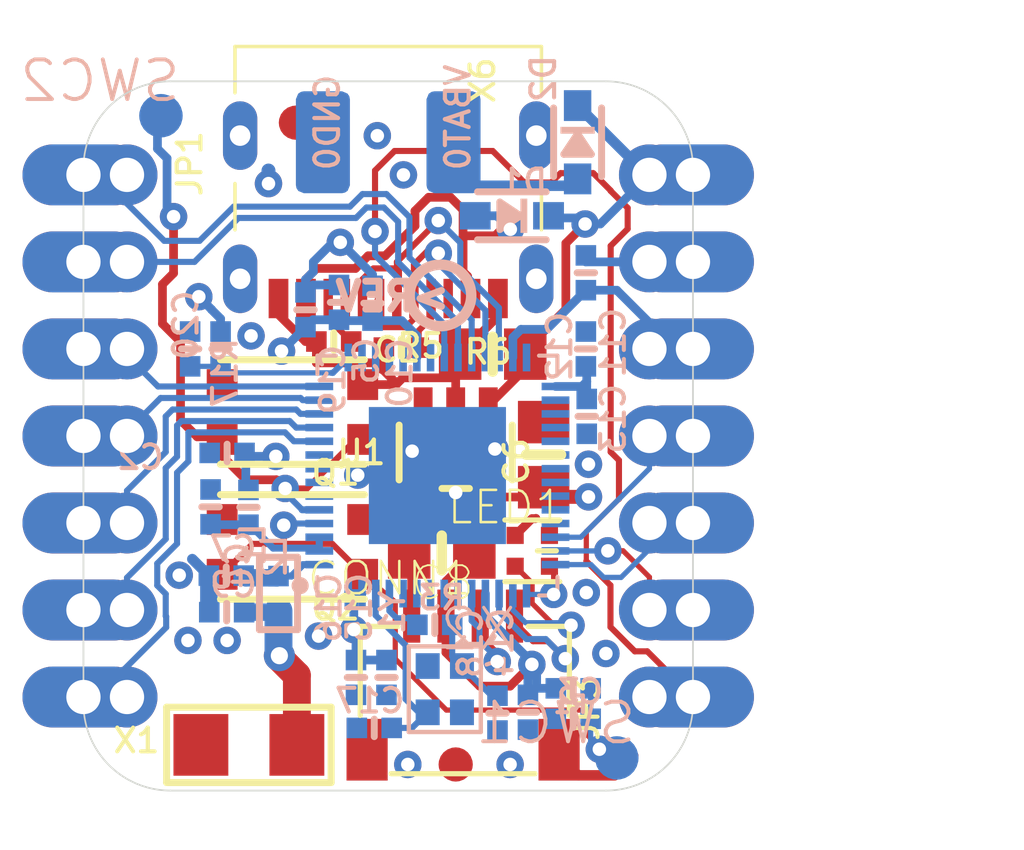
<source format=kicad_pcb>
(kicad_pcb (version 20211014) (generator pcbnew)
  (layers (0 "F.Cu" signal) (1 "In1.Cu" signal) (2 "In2.Cu" signal) (31 "B.Cu" signal) (34 "B.Paste" user) (35 "F.Paste" user) (36 "B.SilkS" user "B.Silkscreen") (37 "F.SilkS" user "F.Silkscreen") (38 "B.Mask" user) (39 "F.Mask" user) (44 "Edge.Cuts" user))
  (net 0 "")
  (net 1 "GND")
  (net 2 "D+")
  (net 3 "D-")
  (net 4 "VBUS")
  (net 5 "~{RESET}")
  (net 6 "3.3V")
  (net 7 "A0")
  (net 8 "CC1")
  (net 9 "CC2")
  (net 10 "A1")
  (net 11 "MOSI")
  (net 12 "MISO")
  (net 13 "SCK")
  (net 14 "A2")
  (net 15 "A3")
  (net 16 "SDA")
  (net 17 "SCL")
  (net 18 "NEOPIX")
  (net 19 "+5V")
  (net 20 "VDD3P3")
  (net 21 "N$2")
  (net 22 "N$3")
  (net 23 "IO0")
  (net 24 "SDA1")
  (net 25 "SCL1")
  (net 26 "N$6")
  (net 27 "N$7")
  (net 28 "IO10_DBLTAP")
  (net 29 "NEOPIX_PWR")
  (net 30 "TX")
  (net 31 "RX")
  (net 32 "VBAT")
  (net 33 "N$1")
  (net 34 "TX00")
  (net 35 "VDD_SPI")
  (footprint "boardEagle:FIDUCIAL_1MM" (layer "F.Cu") (at 145.8087 95.8596)
    (fp_text reference "U$6" hide)
    (fp_text value "FIDUCIAL_1MM" hide)
  )
  (footprint "boardEagle:0805-NO" (layer "F.Cu") (at 150.0632 108.4199 180)
    (fp_text reference "C8")
    (fp_text value "22uF")
  )
  (footprint "boardEagle:_0402NO" (layer "F.Cu") (at 148.8821 102.4255)
    (fp_text reference "R6")
    (fp_text value "5.1K")
  )
  (footprint "boardEagle:_0402NO" (layer "F.Cu") (at 146.9136 102.2477)
    (fp_text reference "R5")
    (fp_text value "5.1K")
  )
  (footprint "boardEagle:ANT_2450AT18B100" (layer "F.Cu") (at 144.4371 114.0206 180)
    (fp_text reference "X1")
    (fp_text value "2.4 GHz Antenna")
  )
  (footprint "boardEagle:0805-NO" (layer "F.Cu") (at 153.035 105.5497 90)
    (fp_text reference "C6")
    (fp_text value "22uF")
  )
  (footprint "boardEagle:SOT23-5" (layer "F.Cu") (at 150.4696 105.4862 180)
    (fp_text reference "U1")
    (fp_text value "AP2112K-3.3")
  )
  (footprint "boardEagle:JST_SH4_SKINNY" (layer "F.Cu") (at 150.6855 112.776)
    (fp_text reference "CONN1")
    (fp_text value "STEMMA_I2C_QTSKINNY" hide)
  )
  (footprint "boardEagle:FIDUCIAL_1MM" (layer "F.Cu") (at 150.4696 114.5921)
    (fp_text reference "U$8" hide)
    (fp_text value "FIDUCIAL_1MM" hide)
  )
  (footprint "boardEagle:QTPY_ESP32_TOP" (layer "F.Cu") (at 139.6111 115.3541)
    (fp_text reference "U$7" hide)
    (fp_text value "" hide)
  )
  (footprint "boardEagle:SK6805_1515" (layer "F.Cu") (at 152.7048 108.3564)
    (fp_text reference "LED1")
    (fp_text value "WS2812B_SK6805_1515")
  )
  (footprint "boardEagle:BTN_KMR2_4.6X2.8" (layer "F.Cu") (at 145.7071 104.3051 180)
    (fp_text reference "Q1")
    (fp_text value "BOOT0")
  )
  (footprint "boardEagle:BTN_KMR2_4.6X2.8" (layer "F.Cu") (at 145.7071 108.2421 180)
    (fp_text reference "Q2")
    (fp_text value "reset")
  )
  (footprint "boardEagle:1X07_CASTEL" (layer "F.Cu") (at 140.8811 105.0036 -90)
    (fp_text reference "JP1")
    (fp_text value "")
  )
  (footprint "boardEagle:0805-NO" (layer "F.Cu") (at 151.5491 102.616 180)
    (fp_text reference "C1")
    (fp_text value "22uF")
  )
  (footprint "boardEagle:1X07_CASTEL" (layer "F.Cu") (at 156.1211 105.0036 90)
    (fp_text reference "JP3")
    (fp_text value "")
  )
  (footprint "boardEagle:USB_C_CUSB31-CFM2AX-01-X" (layer "F.Cu") (at 148.5011 97.4471 180)
    (fp_text reference "X6")
    (fp_text value "USB TYPE C")
  )
  (footprint "boardEagle:_0402NO" (layer "B.Cu") (at 153.8986 112.3696)
    (fp_text reference "R1")
    (fp_text value "10K")
  )
  (footprint "boardEagle:_0402NO" (layer "B.Cu") (at 148.4503 112.0521 -90)
    (fp_text reference "C15")
    (fp_text value "1uF")
  )
  (footprint "boardEagle:_0402NO" (layer "B.Cu") (at 154.2923 104.4321 -90)
    (fp_text reference "C12")
    (fp_text value "0.1uF")
  )
  (footprint "boardEagle:_0402NO" (layer "B.Cu") (at 142.7226 102.4636 90)
    (fp_text reference "C20")
    (fp_text value "1uF")
  )
  (footprint "boardEagle:SOD-323_MINI" (layer "B.Cu") (at 152.1079 98.5774 180)
    (fp_text reference "D1")
    (fp_text value "  NSR0320")
  )
  (footprint "boardEagle:_0402NO" (layer "B.Cu") (at 147.5613 112.0521 -90)
    (fp_text reference "C16")
    (fp_text value "0.1uF")
  )
  (footprint "boardEagle:_0402NO" (layer "B.Cu") (at 154.2669 102.4636 90)
    (fp_text reference "C13")
    (fp_text value "1uF")
  )
  (footprint "boardEagle:_0402NO" (layer "B.Cu") (at 148.0439 101.1301 90)
    (fp_text reference "C10")
    (fp_text value "0.1uF")
  )
  (footprint "boardEagle:QTPYS3_BOT" (layer "B.Cu") (at 157.3911 115.3541 180)
    (fp_text reference "U$11" hide)
    (fp_text value "" hide)
  )
  (footprint "boardEagle:B1,27" (layer "B.Cu") (at 155.1686 114.4016 180)
    (fp_text reference "SWC1")
    (fp_text value "TPB1,27")
  )
  (footprint "boardEagle:SOD-323_MINI" (layer "B.Cu") (at 154.0256 96.4311 -90)
    (fp_text reference "D2")
    (fp_text value "  NSR0320")
  )
  (footprint "boardEagle:_0402NO" (layer "B.Cu") (at 143.8021 105.4989 180)
    (fp_text reference "C2")
    (fp_text value "1uF")
  )
  (footprint "boardEagle:CRYSTAL_2X1.6" (layer "B.Cu") (at 150.1521 112.395 -90)
    (fp_text reference "Y1")
    (fp_text value "40MHz")
  )
  (footprint "boardEagle:PCBFEAT-REV-040" (layer "B.Cu") (at 150.0251 100.9015 180)
    (fp_text reference "U$12" hide)
    (fp_text value "" hide)
  )
  (footprint "boardEagle:TESTPOINT_PLUS_1X3MM" (layer "B.Cu") (at 150.4061 96.4311 -90)
    (fp_text reference "VBAT0")
    (fp_text value "")
  )
  (footprint "boardEagle:_0402NO" (layer "B.Cu") (at 146.0881 101.3206 90)
    (fp_text reference "C19")
    (fp_text value "1uF")
  )
  (footprint "boardEagle:_0402NO" (layer "B.Cu") (at 153.8986 113.2586 180)
    (fp_text reference "C3")
    (fp_text value "1uF")
  )
  (footprint "boardEagle:_0402NO" (layer "B.Cu") (at 148.0947 113.5253 180)
    (fp_text reference "C17")
    (fp_text value "16pF")
  )
  (footprint "boardEagle:_0402NO" (layer "B.Cu") (at 143.7894 110.1471 180)
    (fp_text reference "C9")
    (fp_text value "TBD")
  )
  (footprint "boardEagle:QFN56_7X7" (layer "B.Cu") (at 149.9362 106.1593)
    (fp_text reference "X2")
    (fp_text value "ESP32-S3QFN54")
  )
  (footprint "boardEagle:_0402NO" (layer "B.Cu") (at 147.066 101.1047 90)
    (fp_text reference "C5")
    (fp_text value "1uF")
  )
  (footprint "boardEagle:_0402NO" (layer "B.Cu") (at 143.7767 109.0803 180)
    (fp_text reference "C7")
    (fp_text value "TBD")
  )
  (footprint "boardEagle:_0402NO" (layer "B.Cu") (at 154.2669 100.2411 90)
    (fp_text reference "C11")
    (fp_text value "0.1uF")
  )
  (footprint "boardEagle:TESTPOINT_MINUS_1X3MM" (layer "B.Cu") (at 146.5961 96.4311 -90)
    (fp_text reference "GND0")
    (fp_text value "")
  )
  (footprint "boardEagle:_0402NO" (layer "B.Cu") (at 143.6116 102.4636 -90)
    (fp_text reference "R17")
    (fp_text value "1Meg")
  )
  (footprint "boardEagle:_0402NO" (layer "B.Cu") (at 143.3195 107.0737 90)
    (fp_text reference "C4")
    (fp_text value "0.1uF")
  )
  (footprint "boardEagle:B1,27" (layer "B.Cu") (at 141.8717 95.6564 180)
    (fp_text reference "SWC2")
    (fp_text value "TPB1,27")
  )
  (footprint "boardEagle:_0402NO" (layer "B.Cu") (at 152.5778 113.0681 -90)
    (fp_text reference "C14")
    (fp_text value "0.1uF")
  )
  (footprint "boardEagle:_0402NO" (layer "B.Cu") (at 149.86 110.5154 180)
    (fp_text reference "R3")
    (fp_text value "0")
  )
  (footprint "boardEagle:_0402NO" (layer "B.Cu") (at 144.4244 107.0864 -90)
    (fp_text reference "L1")
    (fp_text value "2nH")
  )
  (footprint "boardEagle:_0402" (layer "B.Cu") (at 145.3007 109.601 90)
    (fp_text reference "L2")
    (fp_text value "0 ohm")
  )
  (footprint "boardEagle:_0402NO" (layer "B.Cu") (at 151.6888 113.0935 -90)
    (fp_text reference "C18")
    (fp_text value "16pF")
  )
  (gr_arc (start 139.6111 97.1931) (mid 140.355049 95.397049) (end 142.1511 94.6531) (layer "Edge.Cuts") (width 0.05))
  (gr_arc (start 157.3911 112.8141) (mid 156.647151 114.610151) (end 154.8511 115.3541) (layer "Edge.Cuts") (width 0.05))
  (gr_arc (start 142.1511 115.3541) (mid 140.355049 114.610151) (end 139.6111 112.8141) (layer "Edge.Cuts") (width 0.05))
  (gr_arc (start 154.8511 94.6531) (mid 156.647151 95.397049) (end 157.3911 97.1931) (layer "Edge.Cuts") (width 0.05))
  (gr_line (start 139.6111 112.8141) (end 139.6111 97.1931) (layer "Edge.Cuts") (width 0.05))
  (gr_line (start 157.3911 97.1931) (end 157.3911 112.8141) (layer "Edge.Cuts") (width 0.05))
  (gr_line (start 154.8511 115.3541) (end 142.1511 115.3541) (layer "Edge.Cuts") (width 0.05))
  (gr_line (start 142.1511 94.6531) (end 154.8511 94.6531) (layer "Edge.Cuts") (width 0.05))
  (segment (start 154.036443 114.9096) (end 153.4855 114.358657) (width 0.3048) (layer "F.Cu") (net 1))
  (segment (start 148.7296 103.5051) (end 147.7571 103.5051) (width 0.254) (layer "F.Cu") (net 1))
  (segment (start 148.3741 102.997) (end 148.3106 103.0605) (width 0.254) (layer "F.Cu") (net 1))
  (segment (start 148.3741 102.87) (end 146.4056 102.87) (width 0.254) (layer "F.Cu") (net 1))
  (segment (start 151.7011 101.514) (end 150.5991 102.616) (width 0.254) (layer "F.Cu") (net 1))
  (segment (start 148.3106 103.0605) (end 148.336 103.0605) (width 0.254) (layer "F.Cu") (net 1))
  (segment (start 148.336 103.0605) (end 148.7551 103.4796) (width 0.254) (layer "F.Cu") (net 1))
  (segment (start 152.6946 107.4166) (end 152.799468 107.4166) (width 0.254) (layer "F.Cu") (net 1))
  (segment (start 154.036443 114.9096) (end 155.1051 114.9096) (width 0.3048) (layer "F.Cu") (net 1))
  (segment (start 148.928 103.3067) (end 148.7551 103.4796) (width 0.254) (layer "F.Cu") (net 1))
  (segment (start 152.799468 107.4166) (end 152.809284 107.406785) (width 0.254) (layer "F.Cu") (net 1))
  (segment (start 149.1855 108.4922) (end 149.1132 108.4199) (width 0.254) (layer "F.Cu") (net 1))
  (segment (start 149.1855 110.262) (end 149.1855 110.4011) (width 0.254) (layer "F.Cu") (net 1))
  (segment (start 150.4696 103.3067) (end 148.928 103.3067) (width 0.254) (layer "F.Cu") (net 1))
  (segment (start 152.2048 107.9064) (end 152.6946 107.4166) (width 0.254) (layer "F.Cu") (net 1))
  (segment (start 148.3741 102.4255) (end 148.3741 102.87) (width 0.254) (layer "F.Cu") (net 1))
  (segment (start 148.7551 103.4796) (end 148.7296 103.5051) (width 0.254) (layer "F.Cu") (net 1))
  (segment (start 146.4056 102.2477) (end 146.0881 102.2477) (width 0.254) (layer "F.Cu") (net 1))
  (segment (start 146.4056 102.87) (end 146.4056 102.2477) (width 0.254) (layer "F.Cu") (net 1))
  (segment (start 146.0881 102.2477) (end 145.3011 101.4607) (width 0.254) (layer "F.Cu") (net 1))
  (segment (start 145.3011 100.9921) (end 145.3011 101.4607) (width 0.254) (layer "F.Cu") (net 1))
  (segment (start 153.4855 114.162) (end 153.4855 114.358657) (width 0.4064) (layer "F.Cu") (net 1))
  (segment (start 149.1855 110.262) (end 149.1855 108.4922) (width 0.254) (layer "F.Cu") (net 1))
  (segment (start 151.7011 100.9921) (end 151.7011 101.514) (width 0.254) (layer "F.Cu") (net 1))
  (segment (start 150.4696 104.1861) (end 150.4696 103.3067) (width 0.254) (layer "F.Cu") (net 1))
  (segment (start 155.1051 114.9096) (end 155.6766 114.3381) (width 0.254) (layer "F.Cu") (net 1))
  (via (at 149.0726 114.5921) (size 0.8001) (drill 0.3937) (layers "F.Cu" "B.Cu") (net 1))
  (via (at 144.5006 102.0826) (size 0.8001) (drill 0.3937) (layers "F.Cu" "B.Cu") (net 1))
  (via (at 154.8511 111.3536) (size 0.8001) (drill 0.3937) (layers "F.Cu" "B.Cu") (net 1))
  (via (at 148.9456 97.3836) (size 0.8001) (drill 0.3937) (layers "F.Cu" "B.Cu") (net 1))
  (via (at 142.9766 100.9396) (size 0.8001) (drill 0.3937) (layers "F.Cu" "B.Cu") (net 1))
  (via (at 147.6121 106.1466) (size 0.8001) (drill 0.3937) (layers "F.Cu" "B.Cu") (net 1))
  (via (at 143.8021 110.9726) (size 0.8001) (drill 0.3937) (layers "F.Cu" "B.Cu") (net 1))
  (via (at 146.4691 110.8456) (size 0.8001) (drill 0.3937) (layers "F.Cu" "B.Cu") (net 1))
  (via (at 152.0571 114.5921) (size 0.8001) (drill 0.3937) (layers "F.Cu" "B.Cu") (net 1))
  (via (at 154.3431 105.8291) (size 0.8001) (drill 0.3937) (layers "F.Cu" "B.Cu") (net 1))
  (via (at 149.1996 105.4481) (size 0.8001) (drill 0.3937) (layers "F.Cu" "B.Cu") (net 1))
  (via (at 154.2796 109.5756) (size 0.8001) (drill 0.3937) (layers "F.Cu" "B.Cu") (net 1))
  (via (at 148.1836 96.2406) (size 0.8001) (drill 0.3937) (layers "F.Cu" "B.Cu") (net 1))
  (via (at 151.6126 105.3846) (size 0.8001) (drill 0.3937) (layers "F.Cu" "B.Cu") (net 1))
  (via (at 145.0086 97.6376) (size 0.8001) (drill 0.3937) (layers "F.Cu" "B.Cu") (net 1))
  (via (at 147.1041 99.3521) (size 0.8001) (drill 0.3937) (layers "F.Cu" "B.Cu") (net 1))
  (via (at 142.6591 110.9726) (size 0.8001) (drill 0.3937) (layers "F.Cu" "B.Cu") (net 1))
  (via (at 150.4696 106.6546) (size 0.8001) (drill 0.3937) (layers "F.Cu" "B.Cu") (net 1))
  (via (at 142.4051 109.0676) (size 0.8001) (drill 0.3937) (layers "F.Cu" "B.Cu") (net 1))
  (segment (start 146.304 100.5967) (end 147.066 100.5967) (width 0.254) (layer "B.Cu") (net 1))
  (segment (start 146.3171 99.9236) (end 146.8886 99.3521) (width 0.254) (layer "B.Cu") (net 1))
  (segment (start 143.2814 110.1471) (end 143.2687 110.1344) (width 0.254) (layer "B.Cu") (net 1))
  (segment (start 145.0086 97.2566) (end 145.0086 97.6376) (width 0.4064) (layer "B.Cu") (net 1))
  (segment (start 157.3911 99.9236) (end 154.2669 99.9236) (width 0.254) (layer "B.Cu") (net 1))
  (segment (start 146.8886 99.3521) (end 147.1041 99.3521) (width 0.254) (layer "B.Cu") (net 1))
  (segment (start 143.2687 109.0803) (end 142.7861 108.5977) (width 0.3048) (layer "B.Cu") (net 1))
  (segment (start 148.0439 100.2919) (end 147.1041 99.3521) (width 0.254) (layer "B.Cu") (net 1))
  (segment (start 146.3171 100.209538) (end 146.3171 99.9236) (width 0.254) (layer "B.Cu") (net 1))
  (segment (start 148.0439 100.6221) (end 148.0439 100.2919) (width 0.254) (layer "B.Cu") (net 1))
  (segment (start 154.2669 99.9236) (end 154.2669 99.7331) (width 0.254) (layer "B.Cu") (net 1))
  (segment (start 143.3477 101.316307) (end 143.3477 101.3107) (width 0.254) (layer "B.Cu") (net 1))
  (segment (start 146.0881 100.438538) (end 146.3171 100.209538) (width 0.254) (layer "B.Cu") (net 1))
  (segment (start 143.3477 101.3107) (end 142.9766 100.9396) (width 0.254) (layer "B.Cu") (net 1))
  (segment (start 143.6116 101.9556) (end 143.6116 101.580207) (width 0.254) (layer "B.Cu") (net 1))
  (segment (start 143.2687 109.0803) (end 143.2687 110.1344) (width 0.508) (layer "B.Cu") (net 1))
  (segment (start 146.0881 100.8126) (end 146.304 100.5967) (width 0.254) (layer "B.Cu") (net 1))
  (segment (start 146.0881 100.8126) (end 146.0881 100.438538) (width 0.254) (layer "B.Cu") (net 1))
  (segment (start 143.6116 101.580207) (end 143.3477 101.316307) (width 0.254) (layer "B.Cu") (net 1))
  (segment (start 148.7551 100.1141) (end 148.8146 100.1736) (width 0.1778) (layer "F.Cu") (net 2))
  (segment (start 148.0686 100.1141) (end 148.7551 100.1141) (width 0.1778) (layer "F.Cu") (net 2))
  (segment (start 148.0686 100.1141) (end 147.7511 100.4316) (width 0.1778) (layer "F.Cu") (net 2))
  (segment (start 148.8146 100.1736) (end 148.8146 100.9286) (width 0.1778) (layer "F.Cu") (net 2))
  (segment (start 149.9616 98.7171) (end 148.7551 99.9236) (width 0.1778) (layer "F.Cu") (net 2))
  (segment (start 148.7551 99.9236) (end 148.7551 100.1141) (width 0.1778) (layer "F.Cu") (net 2))
  (segment (start 147.7511 100.9921) (end 147.7511 100.4316) (width 0.1778) (layer "F.Cu") (net 2))
  (segment (start 148.8146 100.9286) (end 148.7511 100.9921) (width 0.1778) (layer "F.Cu") (net 2))
  (via (at 149.9616 98.7171) (size 0.8001) (drill 0.3937) (layers "F.Cu" "B.Cu") (net 2))
  (segment (start 150.60295 100.137007) (end 151.7298 101.263857) (width 0.1778) (layer "B.Cu") (net 2))
  (segment (start 151.7298 101.263857) (end 151.7298 102.130657) (width 0.1778) (layer "B.Cu") (net 2))
  (segment (start 151.7362 102.137057) (end 151.7362 102.7142) (width 0.1778) (layer "B.Cu") (net 2))
  (segment (start 150.60295 99.35845) (end 150.60295 100.137007) (width 0.1778) (layer "B.Cu") (net 2))
  (segment (start 149.9616 98.7171) (end 150.60295 99.35845) (width 0.1778) (layer "B.Cu") (net 2))
  (segment (start 151.7298 102.130657) (end 151.7362 102.137057) (width 0.1778) (layer "B.Cu") (net 2))
  (segment (start 149.9616 99.6696) (end 149.7711 99.4791) (width 0.1778) (layer "F.Cu") (net 3))
  (segment (start 148.1876 101.0556) (end 148.1876 101.7056) (width 0.1778) (layer "F.Cu") (net 3))
  (segment (start 148.3106 101.8286) (end 149.0091 101.8286) (width 0.1778) (layer "F.Cu") (net 3))
  (segment (start 149.0091 101.8286) (end 149.2511 101.5866) (width 0.1778) (layer "F.Cu") (net 3))
  (segment (start 148.1876 101.7056) (end 148.3106 101.8286) (width 0.1778) (layer "F.Cu") (net 3))
  (segment (start 149.2511 100.9921) (end 149.2511 99.9991) (width 0.1778) (layer "F.Cu") (net 3))
  (segment (start 148.2511 100.9921) (end 148.1876 101.0556) (width 0.1778) (layer "F.Cu") (net 3))
  (segment (start 149.2511 101.5866) (end 149.2511 100.9921) (width 0.1778) (layer "F.Cu") (net 3))
  (segment (start 149.7711 99.4791) (end 149.2511 99.9991) (width 0.1778) (layer "F.Cu") (net 3))
  (via (at 149.9616 99.6696) (size 0.8001) (drill 0.3937) (layers "F.Cu" "B.Cu") (net 3))
  (segment (start 151.3362 101.337232) (end 151.3362 102.7142) (width 0.1778) (layer "B.Cu") (net 3))
  (segment (start 149.9616 99.962632) (end 151.3362 101.337232) (width 0.1778) (layer "B.Cu") (net 3))
  (segment (start 149.9616 99.6696) (end 149.9616 99.962632) (width 0.1778) (layer "B.Cu") (net 3))
  (segment (start 149.28215 98.875694) (end 149.28215 98.435663) (width 0.254) (layer "F.Cu") (net 4))
  (segment (start 150.6851 98.40555) (end 150.6851 99.1616) (width 0.254) (layer "F.Cu") (net 4))
  (segment (start 146.1011 100.9921) (end 146.1011 100.425538) (width 0.254) (layer "F.Cu") (net 4))
  (segment (start 150.9011 100.9921) (end 150.75435 100.84535) (width 0.254) (layer "F.Cu") (net 4))
  (segment (start 149.28215 98.435663) (end 149.680163 98.03765) (width 0.254) (layer "F.Cu") (net 4))
  (segment (start 150.815381 100.339819) (end 150.815381 100.784319) (width 0.254) (layer "F.Cu") (net 4))
  (segment (start 146.412538 100.1141) (end 147.547744 100.1141) (width 0.254) (layer "F.Cu") (net 4))
  (segment (start 151.80945 98.9711) (end 151.61895 99.1616) (width 0.254) (layer "F.Cu") (net 4))
  (segment (start 150.6851 100.209538) (end 150.815381 100.339819) (width 0.254) (layer "F.Cu") (net 4))
  (segment (start 146.1011 100.425538) (end 146.412538 100.1141) (width 0.254) (layer "F.Cu") (net 4))
  (segment (start 150.815381 100.784319) (end 150.75435 100.84535) (width 0.254) (layer "F.Cu") (net 4))
  (segment (start 147.916044 99.7458) (end 148.412044 99.7458) (width 0.254) (layer "F.Cu") (net 4))
  (segment (start 150.6851 99.1616) (end 150.6851 100.209538) (width 0.254) (layer "F.Cu") (net 4))
  (segment (start 147.547744 100.1141) (end 147.916044 99.7458) (width 0.254) (layer "F.Cu") (net 4))
  (segment (start 150.3172 98.03765) (end 150.6851 98.40555) (width 0.254) (layer "F.Cu") (net 4))
  (segment (start 148.412044 99.7458) (end 149.28215 98.875694) (width 0.254) (layer "F.Cu") (net 4))
  (segment (start 151.61895 99.1616) (end 150.6851 99.1616) (width 0.254) (layer "F.Cu") (net 4))
  (segment (start 149.680163 98.03765) (end 150.3172 98.03765) (width 0.254) (layer "F.Cu") (net 4))
  (segment (start 152.06345 98.9711) (end 151.80945 98.9711) (width 0.254) (layer "F.Cu") (net 4))
  (via (at 152.06345 98.9711) (size 0.8001) (drill 0.3937) (layers "F.Cu" "B.Cu") (net 4))
  (segment (start 151.0379 98.5774) (end 151.66975 98.5774) (width 0.254) (layer "B.Cu") (net 4))
  (segment (start 151.66975 98.5774) (end 152.06345 98.9711) (width 0.254) (layer "B.Cu") (net 4))
  (segment (start 154.6606 114.0841) (end 154.3141 113.7376) (width 0.1524) (layer "F.Cu") (net 5))
  (segment (start 148.7069 109.8522) (end 148.7069 111.512688) (width 0.1524) (layer "F.Cu") (net 5))
  (segment (start 148.7069 111.512688) (end 150.198813 113.0046) (width 0.1524) (layer "F.Cu") (net 5))
  (segment (start 147.7571 109.0421) (end 146.8681 108.1531) (width 0.1778) (layer "F.Cu") (net 5))
  (segment (start 154.3141 113.103813) (end 154.3141 113.7376) (width 0.1524) (layer "F.Cu") (net 5))
  (segment (start 154.6606 114.0841) (end 154.6606 114.1476) (width 0.1524) (layer "F.Cu") (net 5))
  (segment (start 154.214887 113.0046) (end 154.3141 113.103813) (width 0.1524) (layer "F.Cu") (net 5))
  (segment (start 145.4531 107.6071) (end 145.4531 108.1531) (width 0.1778) (layer "F.Cu") (net 5))
  (segment (start 148.7069 109.8522) (end 147.7571 109.0421) (width 0.1524) (layer "F.Cu") (net 5))
  (segment (start 144.5461 108.1531) (end 143.6571 109.0421) (width 0.1778) (layer "F.Cu") (net 5))
  (segment (start 150.198813 113.0046) (end 154.214887 113.0046) (width 0.1524) (layer "F.Cu") (net 5))
  (segment (start 145.4531 108.1531) (end 144.5461 108.1531) (width 0.1778) (layer "F.Cu") (net 5))
  (segment (start 146.8681 108.1531) (end 145.4531 108.1531) (width 0.1778) (layer "F.Cu") (net 5))
  (via (at 154.6606 114.1476) (size 0.8001) (drill 0.3937) (layers "F.Cu" "B.Cu") (net 5))
  (via (at 145.4531 107.6071) (size 0.8001) (drill 0.3937) (layers "F.Cu" "B.Cu") (net 5))
  (segment (start 154.4066 112.3696) (end 154.4066 113.2586) (width 0.1524) (layer "B.Cu") (net 5))
  (segment (start 154.6606 114.1476) (end 154.9146 114.1476) (width 0.1778) (layer "B.Cu") (net 5))
  (segment (start 154.9146 114.1476) (end 155.1686 114.4016) (width 0.1778) (layer "B.Cu") (net 5))
  (segment (start 154.4066 113.8936) (end 154.6606 114.1476) (width 0.1524) (layer "B.Cu") (net 5))
  (segment (start 145.5009 107.5593) (end 145.4531 107.6071) (width 0.1778) (layer "B.Cu") (net 5))
  (segment (start 146.4911 107.5593) (end 145.5009 107.5593) (width 0.1778) (layer "B.Cu") (net 5))
  (segment (start 154.4066 113.8936) (end 154.4066 113.2586) (width 0.1524) (layer "B.Cu") (net 5))
  (segment (start 150.1855 110.262) (end 150.1855 109.2476) (width 0.254) (layer "F.Cu") (net 6))
  (segment (start 150.1855 110.262) (end 150.1855 109.750357) (width 0.254) (layer "F.Cu") (net 6))
  (segment (start 151.1681 112.3061) (end 150.1855 111.3235) (width 0.254) (layer "F.Cu") (net 6))
  (segment (start 151.4196 107.3324) (end 151.086275 107.665725) (width 0.254) (layer "F.Cu") (net 6))
  (segment (start 151.106865 108.458004) (end 151.106865 108.041035) (width 0.254) (layer "F.Cu") (net 6))
  (segment (start 151.106865 108.458004) (end 151.0132 108.4199) (width 0.254) (layer "F.Cu") (net 6))
  (segment (start 153.035 106.4997) (end 152.7484 106.7863) (width 0.254) (layer "F.Cu") (net 6))
  (segment (start 151.106865 108.041035) (end 151.086275 107.665725) (width 0.254) (layer "F.Cu") (net 6))
  (segment (start 153.3169 106.7816) (end 154.3431 106.7816) (width 0.4064) (layer "F.Cu") (net 6))
  (segment (start 150.1855 109.2476) (end 151.0132 108.4199) (width 0.254) (layer "F.Cu") (net 6))
  (segment (start 152.7484 106.7863) (end 151.4196 106.7863) (width 0.254) (layer "F.Cu") (net 6))
  (segment (start 152.6921 111.6711) (end 152.0571 112.3061) (width 0.254) (layer "F.Cu") (net 6))
  (segment (start 152.0571 112.3061) (end 151.1681 112.3061) (width 0.254) (layer "F.Cu") (net 6))
  (segment (start 153.035 106.4997) (end 153.3169 106.7816) (width 0.4064) (layer "F.Cu") (net 6))
  (segment (start 151.4196 107.3324) (end 151.4196 106.7863) (width 0.254) (layer "F.Cu") (net 6))
  (segment (start 150.1855 111.3235) (end 150.1855 110.262) (width 0.254) (layer "F.Cu") (net 6))
  (via (at 145.3896 102.5271) (size 0.8001) (drill 0.3937) (layers "F.Cu" "B.Cu") (net 6))
  (via (at 154.3431 106.7816) (size 0.8001) (drill 0.3937) (layers "F.Cu" "B.Cu") (net 6))
  (via (at 152.6921 111.6711) (size 0.8001) (drill 0.3937) (layers "F.Cu" "B.Cu") (net 6))
  (via (at 147.4978 110.6551) (size 0.8001) (drill 0.3937) (layers "F.Cu" "B.Cu") (net 6))
  (via (at 145.223154 105.599154) (size 0.8001) (drill 0.3937) (layers "F.Cu" "B.Cu") (net 6))
  (segment (start 148.4503 111.5441) (end 147.5613 111.5441) (width 0.254) (layer "B.Cu") (net 6))
  (segment (start 144.410354 105.599154) (end 144.346854 105.599154) (width 0.254) (layer "B.Cu") (net 6))
  (segment (start 147.5613 111.3536) (end 147.5613 111.480597) (width 0.254) (layer "B.Cu") (net 6))
  (segment (start 157.3911 102.4636) (end 156.1211 102.4636) (width 0.254) (layer "B.Cu") (net 6))
  (segment (start 152.6921 111.6711) (end 152.5778 111.7854) (width 0.254) (layer "B.Cu") (net 6))
  (segment (start 152.8318 111.7473) (end 152.8318 111.9886) (width 0.254) (layer "B.Cu") (net 6))
  (segment (start 149.3362 102.0795) (end 149.3362 102.7142) (width 0.254) (layer "B.Cu") (net 6))
  (segment (start 146.0881 101.8286) (end 145.3896 102.5271) (width 0.254) (layer "B.Cu") (net 6))
  (segment (start 144.410354 105.599154) (end 144.3101 105.4989) (width 0.254) (layer "B.Cu") (net 6))
  (segment (start 147.4978 109.6044) (end 147.3362 109.6044) (width 0.254) (layer "B.Cu") (net 6))
  (segment (start 146.0881 101.8286) (end 146.304 101.6127) (width 0.254) (layer "B.Cu") (net 6))
  (segment (start 152.3746 101.8921) (end 153.1239 101.8921) (width 0.254) (layer "B.Cu") (net 6))
  (segment (start 153.3906 112.3696) (end 152.8318 112.3696) (width 0.254) (layer "B.Cu") (net 6))
  (segment (start 156.1211 101.7016) (end 155.1686 100.7491) (width 0.254) (layer "B.Cu") (net 6))
  (segment (start 147.4978 109.6044) (end 147.4978 110.6551) (width 0.254) (layer "B.Cu") (net 6))
  (segment (start 152.8318 112.3696) (end 152.8318 111.9886) (width 0.254) (layer "B.Cu") (net 6))
  (segment (start 148.0439 101.6381) (end 147.0914 101.6381) (width 0.254) (layer "B.Cu") (net 6))
  (segment (start 147.7362 109.6044) (end 147.4978 109.6044) (width 0.254) (layer "B.Cu") (net 6))
  (segment (start 144.346854 106.500854) (end 144.346854 105.599154) (width 0.254) (layer "B.Cu") (net 6))
  (segment (start 147.066 101.6127) (end 147.0914 101.6381) (width 0.254) (layer "B.Cu") (net 6))
  (segment (start 148.0439 101.6381) (end 148.8948 101.6381) (width 0.254) (layer "B.Cu") (net 6))
  (segment (start 152.5778 112.5601) (end 152.5778 111.9886) (width 0.254) (layer "B.Cu") (net 6))
  (segment (start 145.223154 105.599154) (end 144.410354 105.599154) (width 0.254) (layer "B.Cu") (net 6))
  (segment (start 147.5613 110.7186) (end 147.5613 111.3536) (width 0.254) (layer "B.Cu") (net 6))
  (segment (start 151.3362 109.6044) (end 151.3362 110.2517) (width 0.254) (layer "B.Cu") (net 6))
  (segment (start 152.1362 102.1305) (end 152.1362 102.7142) (width 0.254) (layer "B.Cu") (net 6))
  (segment (start 152.8318 111.9886) (end 152.5778 111.9886) (width 0.254) (layer "B.Cu") (net 6))
  (segment (start 144.4244 106.5784) (end 144.346854 106.500854) (width 0.254) (layer "B.Cu") (net 6))
  (segment (start 151.3362 110.2517) (end 152.8318 111.7473) (width 0.254) (layer "B.Cu") (net 6))
  (segment (start 152.1362 102.1305) (end 152.3746 101.8921) (width 0.254) (layer "B.Cu") (net 6))
  (segment (start 152.5778 111.7854) (end 152.5778 112.5601) (width 0.254) (layer "B.Cu") (net 6))
  (segment (start 148.8948 101.6381) (end 149.3362 102.0795) (width 0.254) (layer "B.Cu") (net 6))
  (segment (start 156.1211 101.7016) (end 156.1211 102.4636) (width 0.254) (layer "B.Cu") (net 6))
  (segment (start 147.066 101.6127) (end 146.304 101.6127) (width 0.254) (layer "B.Cu") (net 6))
  (segment (start 147.4978 110.6551) (end 147.5613 110.7186) (width 0.254) (layer "B.Cu") (net 6))
  (segment (start 154.2669 100.7491) (end 155.1686 100.7491) (width 0.254) (layer "B.Cu") (net 6))
  (segment (start 147.5613 111.5441) (end 147.5613 111.3536) (width 0.3048) (layer "B.Cu") (net 6))
  (segment (start 153.1239 101.8921) (end 154.2669 100.7491) (width 0.254) (layer "B.Cu") (net 6))
  (segment (start 140.8811 97.3836) (end 140.8811 98.2218) (width 0.1778) (layer "B.Cu") (net 7))
  (segment (start 143.995525 98.3107) (end 147.3835 98.3107) (width 0.1778) (layer "B.Cu") (net 7))
  (segment (start 147.3835 98.3107) (end 147.750244 97.943957) (width 0.1778) (layer "B.Cu") (net 7))
  (segment (start 141.968413 99.309113) (end 142.997113 99.309113) (width 0.1778) (layer "B.Cu") (net 7))
  (segment (start 140.8811 98.2218) (end 141.968413 99.309113) (width 0.1778) (layer "B.Cu") (net 7))
  (segment (start 149.120632 98.615657) (end 149.120632 99.7966) (width 0.1778) (layer "B.Cu") (net 7))
  (segment (start 142.997113 99.309113) (end 143.995525 98.3107) (width 0.1778) (layer "B.Cu") (net 7))
  (segment (start 147.750244 97.943957) (end 148.448932 97.943957) (width 0.1778) (layer "B.Cu") (net 7))
  (segment (start 150.9362 101.612169) (end 150.9362 102.7142) (width 0.1778) (layer "B.Cu") (net 7))
  (segment (start 139.6111 97.3836) (end 140.8811 97.3836) (width 0.254) (layer "B.Cu") (net 7))
  (segment (start 149.120632 99.7966) (end 150.9362 101.612169) (width 0.1778) (layer "B.Cu") (net 7))
  (segment (start 148.448932 97.943957) (end 149.120632 98.615657) (width 0.1778) (layer "B.Cu") (net 7))
  (segment (start 149.7511 100.9921) (end 149.7511 101.5692) (width 0.1778) (layer "F.Cu") (net 8))
  (segment (start 149.3901 102.4255) (end 149.3901 101.9302) (width 0.1778) (layer "F.Cu") (net 8))
  (segment (start 149.7511 101.5692) (end 149.3901 101.9302) (width 0.1778) (layer "F.Cu") (net 8))
  (segment (start 146.7511 100.9921) (end 146.7511 101.5772) (width 0.1778) (layer "F.Cu") (net 9))
  (segment (start 147.4216 102.2477) (end 146.7511 101.5772) (width 0.1778) (layer "F.Cu") (net 9))
  (segment (start 148.3741 98.3361) (end 148.790432 98.752432) (width 0.1778) (layer "B.Cu") (net 10))
  (segment (start 148.790432 98.752432) (end 148.790432 99.933375) (width 0.1778) (layer "B.Cu") (net 10))
  (segment (start 150.5362 101.679144) (end 150.5362 102.7142) (width 0.1778) (layer "B.Cu") (net 10))
  (segment (start 147.5613 98.6409) (end 144.1323 98.6409) (width 0.1778) (layer "B.Cu") (net 10))
  (segment (start 147.8661 98.3361) (end 147.5613 98.6409) (width 0.1778) (layer "B.Cu") (net 10))
  (segment (start 144.1323 98.6409) (end 142.8496 99.9236) (width 0.1778) (layer "B.Cu") (net 10))
  (segment (start 148.790432 99.933375) (end 150.5362 101.679144) (width 0.1778) (layer "B.Cu") (net 10))
  (segment (start 140.8811 99.9236) (end 142.8496 99.9236) (width 0.1778) (layer "B.Cu") (net 10))
  (segment (start 139.6111 99.9236) (end 140.8811 99.9236) (width 0.254) (layer "B.Cu") (net 10))
  (segment (start 147.8661 98.3361) (end 148.3741 98.3361) (width 0.1778) (layer "B.Cu") (net 10))
  (segment (start 154.1179 107.9593) (end 153.3813 107.9593) (width 0.1524) (layer "B.Cu") (net 11))
  (segment (start 156.1211 105.9561) (end 154.1179 107.9593) (width 0.1524) (layer "B.Cu") (net 11))
  (segment (start 156.1211 105.0036) (end 156.1211 105.9561) (width 0.1524) (layer "B.Cu") (net 11))
  (segment (start 157.3911 105.0036) (end 156.1211 105.0036) (width 0.254) (layer "B.Cu") (net 11))
  (segment (start 156.1211 108.3056) (end 156.1211 107.5436) (width 0.1524) (layer "B.Cu") (net 12))
  (segment (start 154.4158 108.7593) (end 153.3813 108.7593) (width 0.1524) (layer "B.Cu") (net 12))
  (segment (start 154.7876 109.1311) (end 154.4158 108.7593) (width 0.1524) (layer "B.Cu") (net 12))
  (segment (start 157.3911 107.5436) (end 156.1211 107.5436) (width 0.1524) (layer "B.Cu") (net 12))
  (segment (start 155.2956 109.1311) (end 154.7876 109.1311) (width 0.1524) (layer "B.Cu") (net 12))
  (segment (start 156.1211 108.3056) (end 155.2956 109.1311) (width 0.1524) (layer "B.Cu") (net 12))
  (segment (start 156.1211 109.124132) (end 155.353368 108.3564) (width 0.1524) (layer "F.Cu") (net 13))
  (segment (start 156.1211 109.124132) (end 156.1211 110.0836) (width 0.1524) (layer "F.Cu") (net 13))
  (segment (start 154.90825 108.3564) (end 155.353368 108.3564) (width 0.1524) (layer "F.Cu") (net 13))
  (via (at 154.90825 108.3564) (size 0.8001) (drill 0.3937) (layers "F.Cu" "B.Cu") (net 13))
  (segment (start 154.8482 108.3593) (end 154.8511 108.3564) (width 0.1524) (layer "B.Cu") (net 13))
  (segment (start 154.90825 108.3564) (end 154.8511 108.3564) (width 0.1524) (layer "B.Cu") (net 13))
  (segment (start 157.3911 110.0836) (end 156.1211 110.0836) (width 0.254) (layer "B.Cu") (net 13))
  (segment (start 153.3813 108.3593) (end 154.8482 108.3593) (width 0.1524) (layer "B.Cu") (net 13))
  (segment (start 140.8811 102.4636) (end 140.8811 102.6541) (width 0.1778) (layer "B.Cu") (net 14))
  (segment (start 139.6111 102.4636) (end 140.8811 102.4636) (width 0.254) (layer "B.Cu") (net 14))
  (segment (start 141.7863 103.5593) (end 140.8811 102.6541) (width 0.1778) (layer "B.Cu") (net 14))
  (segment (start 146.4911 103.5593) (end 141.7863 103.5593) (width 0.1778) (layer "B.Cu") (net 14))
  (segment (start 140.7541 105.0036) (end 140.8811 105.0036) (width 0.254) (layer "B.Cu") (net 15))
  (segment (start 146.0085 103.9593) (end 146.4911 103.9593) (width 0.1778) (layer "B.Cu") (net 15))
  (segment (start 145.945 103.8958) (end 141.8619 103.8958) (width 0.1778) (layer "B.Cu") (net 15))
  (segment (start 139.6111 105.0036) (end 140.7541 105.0036) (width 0.254) (layer "B.Cu") (net 15))
  (segment (start 145.945 103.8958) (end 146.0085 103.9593) (width 0.1778) (layer "B.Cu") (net 15))
  (segment (start 141.8619 103.8958) (end 140.7541 105.0036) (width 0.1778) (layer "B.Cu") (net 15))
  (segment (start 139.6111 107.5436) (end 140.8811 107.5436) (width 0.254) (layer "B.Cu") (net 16))
  (segment (start 142.2112 104.2323) (end 145.818 104.2323) (width 0.1778) (layer "B.Cu") (net 16))
  (segment (start 142.0114 104.4321) (end 142.2112 104.2323) (width 0.1778) (layer "B.Cu") (net 16))
  (segment (start 145.945 104.3593) (end 146.4911 104.3593) (width 0.1778) (layer "B.Cu") (net 16))
  (segment (start 140.8811 106.602088) (end 140.8811 107.5436) (width 0.1778) (layer "B.Cu") (net 16))
  (segment (start 140.8811 106.602088) (end 142.0114 105.471788) (width 0.1778) (layer "B.Cu") (net 16))
  (segment (start 145.818 104.2323) (end 145.945 104.3593) (width 0.1778) (layer "B.Cu") (net 16))
  (segment (start 142.0114 105.471788) (end 142.0114 104.4321) (width 0.1778) (layer "B.Cu") (net 16))
  (segment (start 139.6111 110.0836) (end 140.8811 110.0836) (width 0.254) (layer "B.Cu") (net 17))
  (segment (start 145.6275 104.5688) (end 142.468675 104.5688) (width 0.1778) (layer "B.Cu") (net 17))
  (segment (start 142.3416 104.695875) (end 142.3416 105.608563) (width 0.1778) (layer "B.Cu") (net 17))
  (segment (start 142.468675 104.5688) (end 142.3416 104.695875) (width 0.1778) (layer "B.Cu") (net 17))
  (segment (start 145.818 104.7593) (end 145.6275 104.5688) (width 0.1778) (layer "B.Cu") (net 17))
  (segment (start 142.3416 105.608563) (end 142.0114 105.938763) (width 0.1778) (layer "B.Cu") (net 17))
  (segment (start 140.8811 109.142088) (end 140.8811 110.0836) (width 0.1778) (layer "B.Cu") (net 17))
  (segment (start 142.0114 108.011788) (end 140.8811 109.142088) (width 0.1778) (layer "B.Cu") (net 17))
  (segment (start 142.0114 105.938763) (end 142.0114 108.011788) (width 0.1778) (layer "B.Cu") (net 17))
  (segment (start 145.818 104.7593) (end 146.4911 104.7593) (width 0.1778) (layer "B.Cu") (net 17))
  (segment (start 152.2048 108.8064) (end 152.69845 109.30005) (width 0.1524) (layer "F.Cu") (net 18))
  (segment (start 153.336537 110.5281) (end 153.8351 110.5281) (width 0.1524) (layer "F.Cu") (net 18))
  (segment (start 152.69845 109.30005) (end 152.69845 109.890013) (width 0.1524) (layer "F.Cu") (net 18))
  (segment (start 152.69845 109.890013) (end 153.336537 110.5281) (width 0.1524) (layer "F.Cu") (net 18))
  (via (at 153.8351 110.5281) (size 0.8001) (drill 0.3937) (layers "F.Cu" "B.Cu") (net 18))
  (segment (start 152.510287 110.455913) (end 153.762912 110.455913) (width 0.1524) (layer "B.Cu") (net 18))
  (segment (start 152.1362 110.081825) (end 152.510287 110.455913) (width 0.1524) (layer "B.Cu") (net 18))
  (segment (start 153.762912 110.455913) (end 153.8351 110.5281) (width 0.1524) (layer "B.Cu") (net 18))
  (segment (start 152.1362 109.6044) (end 152.1362 110.081825) (width 0.1524) (layer "B.Cu") (net 18))
  (segment (start 151.4196 104.1861) (end 151.4196 104.1171) (width 0.254) (layer "F.Cu") (net 19))
  (segment (start 153.6827 101.3079) (end 152.542806 102.447794) (width 0.254) (layer "F.Cu") (net 19))
  (segment (start 154.24505 98.81715) (end 153.6827 99.3795) (width 0.254) (layer "F.Cu") (net 19))
  (segment (start 149.9641 105.0671) (end 149.5196 104.6226) (width 0.254) (layer "F.Cu") (net 19))
  (segment (start 149.5196 104.1861) (end 149.5196 104.6226) (width 0.254) (layer "F.Cu") (net 19))
  (segment (start 151.2926 104.3131) (end 151.2926 104.6759) (width 0.254) (layer "F.Cu") (net 19))
  (segment (start 151.2926 104.3131) (end 151.4196 104.1861) (width 0.254) (layer "F.Cu") (net 19))
  (segment (start 152.864671 102.672029) (end 152.4991 102.616) (width 0.254) (layer "F.Cu") (net 19))
  (segment (start 152.864671 102.672029) (end 151.4196 104.1171) (width 0.254) (layer "F.Cu") (net 19))
  (segment (start 152.4991 102.616) (end 152.542806 102.447794) (width 0.254) (layer "F.Cu") (net 19))
  (segment (start 149.9641 105.0671) (end 150.9014 105.0671) (width 0.254) (layer "F.Cu") (net 19))
  (segment (start 150.9014 105.0671) (end 151.2926 104.6759) (width 0.254) (layer "F.Cu") (net 19))
  (segment (start 153.6827 101.3079) (end 153.6827 99.3795) (width 0.254) (layer "F.Cu") (net 19))
  (via (at 154.24505 98.81715) (size 0.8001) (drill 0.3937) (layers "F.Cu" "B.Cu") (net 19))
  (segment (start 156.02585 97.36135) (end 156.02585 97.47885) (width 0.3048) (layer "B.Cu") (net 19))
  (segment (start 154.24505 98.81715) (end 154.18155 98.81715) (width 0.254) (layer "B.Cu") (net 19))
  (segment (start 156.7561 97.3836) (end 157.3911 97.3836) (width 0.254) (layer "B.Cu") (net 19))
  (segment (start 153.2414 98.6409) (end 153.1779 98.5774) (width 0.254) (layer "B.Cu") (net 19))
  (segment (start 154.24505 98.81715) (end 154.68755 98.81715) (width 0.254) (layer "B.Cu") (net 19))
  (segment (start 156.1211 97.3836) (end 156.02585 97.47885) (width 0.254) (layer "B.Cu") (net 19))
  (segment (start 156.02585 97.47885) (end 154.68755 98.81715) (width 0.254) (layer "B.Cu") (net 19))
  (segment (start 154.0256 95.3611) (end 156.02585 97.36135) (width 0.3048) (layer "B.Cu") (net 19))
  (segment (start 154.0053 98.6409) (end 153.2414 98.6409) (width 0.254) (layer "B.Cu") (net 19))
  (segment (start 156.1211 97.3836) (end 156.7561 97.3836) (width 0.3048) (layer "B.Cu") (net 19))
  (segment (start 154.18155 98.81715) (end 154.0053 98.6409) (width 0.254) (layer "B.Cu") (net 19))
  (segment (start 145.1449 108.2768) (end 144.4625 107.5944) (width 0.2032) (layer "B.Cu") (net 20))
  (segment (start 144.4244 107.5944) (end 144.4625 107.5944) (width 0.2032) (layer "B.Cu") (net 20))
  (segment (start 146.4911 107.9593) (end 146.4911 108.2768) (width 0.2032) (layer "B.Cu") (net 20))
  (segment (start 144.4244 107.5944) (end 143.3322 107.5944) (width 0.254) (layer "B.Cu") (net 20))
  (segment (start 146.4911 108.2768) (end 145.1449 108.2768) (width 0.2032) (layer "B.Cu") (net 20))
  (segment (start 146.4911 108.3593) (end 146.4911 107.9593) (width 0.2032) (layer "B.Cu") (net 20))
  (segment (start 143.3322 107.5944) (end 143.3195 107.5817) (width 0.254) (layer "B.Cu") (net 20))
  (segment (start 145.2499 109.1438) (end 144.3482 109.1438) (width 0.508) (layer "B.Cu") (net 21))
  (segment (start 146.0154 108.7593) (end 145.6817 109.093) (width 0.2032) (layer "B.Cu") (net 21))
  (segment (start 145.3007 109.093) (end 145.2499 109.1438) (width 0.508) (layer "B.Cu") (net 21))
  (segment (start 146.4911 108.7593) (end 146.0154 108.7593) (width 0.2032) (layer "B.Cu") (net 21))
  (segment (start 145.6817 109.093) (end 145.3007 109.093) (width 0.2032) (layer "B.Cu") (net 21))
  (segment (start 144.2847 109.0803) (end 144.3482 109.1438) (width 0.508) (layer "B.Cu") (net 21))
  (segment (start 145.8371 111.9886) (end 145.8371 114.0206) (width 0.8128) (layer "F.Cu") (net 22))
  (segment (start 145.3261 111.4171) (end 145.3261 111.4776) (width 0.8128) (layer "F.Cu") (net 22))
  (segment (start 145.8371 111.9886) (end 145.3261 111.4776) (width 0.8128) (layer "F.Cu") (net 22))
  (via (at 145.3261 111.4171) (size 0.9064) (drill 0.5) (layers "F.Cu" "B.Cu") (net 22))
  (segment (start 145.3007 110.109) (end 145.2626 110.1471) (width 0.508) (layer "B.Cu") (net 22))
  (segment (start 145.2626 110.1471) (end 144.2974 110.1471) (width 0.508) (layer "B.Cu") (net 22))
  (segment (start 145.3007 110.109) (end 145.3007 111.3917) (width 0.8128) (layer "B.Cu") (net 22))
  (segment (start 145.3007 111.3917) (end 145.3261 111.4171) (width 0.8128) (layer "B.Cu") (net 22))
  (segment (start 144.35265 106.28295) (end 143.6571 105.5874) (width 0.254) (layer "F.Cu") (net 23))
  (segment (start 142.4432 104.542069) (end 142.4432 102.256088) (width 0.254) (layer "F.Cu") (net 23))
  (segment (start 147.5625 105.1051) (end 147.7571 105.1051) (width 0.254) (layer "F.Cu") (net 23))
  (segment (start 145.49565 106.53695) (end 146.13065 106.53695) (width 0.1778) (layer "F.Cu") (net 23))
  (segment (start 145.49565 106.53695) (end 145.24165 106.28295) (width 0.254) (layer "F.Cu") (net 23))
  (segment (start 141.91615 100.57765) (end 142.24 100.2538) (width 0.254) (layer "F.Cu") (net 23))
  (segment (start 142.4432 102.256088) (end 141.91615 101.729038) (width 0.254) (layer "F.Cu") (net 23))
  (segment (start 141.91615 101.729038) (end 141.91615 100.57765) (width 0.254) (layer "F.Cu") (net 23))
  (segment (start 145.24165 106.28295) (end 144.35265 106.28295) (width 0.254) (layer "F.Cu") (net 23))
  (segment (start 143.581 105.029) (end 142.930132 105.029) (width 0.254) (layer "F.Cu") (net 23))
  (segment (start 143.6571 105.5874) (end 143.6571 105.1051) (width 0.254) (layer "F.Cu") (net 23))
  (segment (start 143.6571 105.1051) (end 143.581 105.029) (width 0.254) (layer "F.Cu") (net 23))
  (segment (start 147.5625 105.1051) (end 146.13065 106.53695) (width 0.1778) (layer "F.Cu") (net 23))
  (segment (start 142.930132 105.029) (end 142.4432 104.542069) (width 0.254) (layer "F.Cu") (net 23))
  (segment (start 142.24 100.2538) (end 142.24 98.6028) (width 0.254) (layer "F.Cu") (net 23))
  (via (at 145.49565 106.53695) (size 0.8001) (drill 0.3937) (layers "F.Cu" "B.Cu") (net 23))
  (via (at 142.24 98.6028) (size 0.8001) (drill 0.3937) (layers "F.Cu" "B.Cu") (net 23))
  (segment (start 141.8717 95.6564) (end 141.7701 95.758) (width 0.254) (layer "B.Cu") (net 23))
  (segment (start 145.49565 106.66395) (end 145.49565 106.53695) (width 0.1778) (layer "B.Cu") (net 23))
  (segment (start 142.0495 96.899632) (end 142.0495 98.4123) (width 0.254) (layer "B.Cu") (net 23))
  (segment (start 141.7701 95.758) (end 141.7701 96.620232) (width 0.254) (layer "B.Cu") (net 23))
  (segment (start 141.7701 96.620232) (end 142.0495 96.899632) (width 0.254) (layer "B.Cu") (net 23))
  (segment (start 145.991 107.1593) (end 145.49565 106.66395) (width 0.1778) (layer "B.Cu") (net 23))
  (segment (start 142.0495 98.4123) (end 142.24 98.6028) (width 0.254) (layer "B.Cu") (net 23))
  (segment (start 146.4911 107.1593) (end 145.991 107.1593) (width 0.2032) (layer "B.Cu") (net 23))
  (segment (start 151.1855 110.262) (end 151.1855 110.850144) (width 0.1778) (layer "F.Cu") (net 24))
  (segment (start 151.68155 111.346194) (end 151.1855 110.850144) (width 0.1778) (layer "F.Cu") (net 24))
  (segment (start 151.68155 111.588607) (end 151.68155 111.346194) (width 0.1778) (layer "F.Cu") (net 24))
  (via (at 151.68155 111.588607) (size 0.8001) (drill 0.3937) (layers "F.Cu" "B.Cu") (net 24))
  (segment (start 150.9362 109.6044) (end 150.9362 110.39635) (width 0.1778) (layer "B.Cu") (net 24))
  (segment (start 150.9362 110.39635) (end 151.1633 110.62345) (width 0.1778) (layer "B.Cu") (net 24))
  (segment (start 151.1633 110.62345) (end 151.1633 110.97445) (width 0.1778) (layer "B.Cu") (net 24))
  (segment (start 151.68155 111.4927) (end 151.68155 111.588607) (width 0.1778) (layer "B.Cu") (net 24))
  (segment (start 151.1633 110.97445) (end 151.68155 111.4927) (width 0.1778) (layer "B.Cu") (net 24))
  (segment (start 152.728346 110.995347) (end 152.1855 110.4525) (width 0.1778) (layer "F.Cu") (net 25))
  (segment (start 153.667346 111.503347) (end 153.159346 110.995347) (width 0.1778) (layer "F.Cu") (net 25))
  (segment (start 152.1855 110.262) (end 152.1855 110.4525) (width 0.1778) (layer "F.Cu") (net 25))
  (segment (start 153.159346 110.995347) (end 152.728346 110.995347) (width 0.1778) (layer "F.Cu") (net 25))
  (via (at 153.667346 111.503347) (size 0.8001) (drill 0.3937) (layers "F.Cu" "B.Cu") (net 25))
  (segment (start 153.667346 111.503347) (end 153.095846 110.931847) (width 0.1778) (layer "B.Cu") (net 25))
  (segment (start 153.095846 110.931847) (end 152.537203 110.931847) (width 0.1778) (layer "B.Cu") (net 25))
  (segment (start 151.7362 110.130844) (end 151.7362 109.6044) (width 0.1778) (layer "B.Cu") (net 25))
  (segment (start 152.537203 110.931847) (end 151.7362 110.130844) (width 0.1778) (layer "B.Cu") (net 25))
  (segment (start 149.6521 113.07) (end 149.39201 113.07001) (width 0.1778) (layer "B.Cu") (net 26))
  (segment (start 149.6521 113.07) (end 149.1968 113.5253) (width 0.1778) (layer "B.Cu") (net 26))
  (segment (start 149.1968 113.5253) (end 148.6027 113.5253) (width 0.1778) (layer "B.Cu") (net 26))
  (segment (start 149.0091 111.11375) (end 148.1362 110.24085) (width 0.1778) (layer "B.Cu") (net 26))
  (segment (start 149.0091 112.6871) (end 149.0091 111.11375) (width 0.1778) (layer "B.Cu") (net 26))
  (segment (start 148.1362 110.24085) (end 148.1362 109.6044) (width 0.1778) (layer "B.Cu") (net 26))
  (segment (start 149.39201 113.07001) (end 149.0091 112.6871) (width 0.1778) (layer "B.Cu") (net 26))
  (segment (start 151.6888 112.5855) (end 151.5176 112.5855) (width 0.1778) (layer "B.Cu") (net 27))
  (segment (start 150.368 110.5154) (end 150.368 111.4359) (width 0.1778) (layer "B.Cu") (net 27))
  (segment (start 151.5176 112.5855) (end 150.6521 111.72) (width 0.1778) (layer "B.Cu") (net 27))
  (segment (start 150.6521 111.72) (end 150.368 111.4359) (width 0.1778) (layer "B.Cu") (net 27))
  (segment (start 142.7226 102.9716) (end 143.6116 102.9716) (width 0.1524) (layer "B.Cu") (net 28))
  (segment (start 143.89735 103.1621) (end 146.8502 103.1621) (width 0.1524) (layer "B.Cu") (net 28))
  (segment (start 143.6116 102.9716) (end 143.89735 103.1621) (width 0.1524) (layer "B.Cu") (net 28))
  (segment (start 146.8883 103.1621) (end 147.3362 102.7142) (width 0.1778) (layer "B.Cu") (net 28))
  (segment (start 146.8502 103.1621) (end 146.8883 103.1621) (width 0.1778) (layer "B.Cu") (net 28))
  (segment (start 153.3271 108.9287) (end 153.3271 109.629613) (width 0.1524) (layer "F.Cu") (net 29))
  (segment (start 153.2048 108.8064) (end 153.3271 108.9287) (width 0.1524) (layer "F.Cu") (net 29))
  (via (at 153.3271 109.629613) (size 0.8001) (drill 0.3937) (layers "F.Cu" "B.Cu") (net 29))
  (segment (start 152.5362 109.6044) (end 152.561412 109.629613) (width 0.1524) (layer "B.Cu") (net 29))
  (segment (start 152.561412 109.629613) (end 153.3271 109.629613) (width 0.1524) (layer "B.Cu") (net 29))
  (segment (start 142.0114 110.2614) (end 142.0241 110.2741) (width 0.1778) (layer "B.Cu") (net 30))
  (segment (start 145.751025 105.1593) (end 145.490725 104.899) (width 0.1778) (layer "B.Cu") (net 30))
  (segment (start 142.0241 110.5916) (end 139.9921 112.6236) (width 0.1778) (layer "B.Cu") (net 30))
  (segment (start 141.76375 109.367763) (end 142.0114 109.615413) (width 0.1778) (layer "B.Cu") (net 30))
  (segment (start 142.6718 105.745338) (end 142.3416 106.075538) (width 0.1778) (layer "B.Cu") (net 30))
  (segment (start 142.0241 110.2741) (end 142.0241 110.5916) (width 0.1778) (layer "B.Cu") (net 30))
  (segment (start 141.76375 108.726413) (end 141.76375 109.367763) (width 0.1778) (layer "B.Cu") (net 30))
  (segment (start 139.9921 112.6236) (end 140.8811 112.6236) (width 0.254) (layer "B.Cu") (net 30))
  (segment (start 142.3416 106.075538) (end 142.3416 108.148563) (width 0.1778) (layer "B.Cu") (net 30))
  (segment (start 146.4911 105.1593) (end 145.751025 105.1593) (width 0.1778) (layer "B.Cu") (net 30))
  (segment (start 139.6111 112.6236) (end 139.9921 112.6236) (width 0.254) (layer "B.Cu") (net 30))
  (segment (start 142.6718 104.899) (end 142.6718 105.745338) (width 0.1778) (layer "B.Cu") (net 30))
  (segment (start 145.490725 104.899) (end 142.6718 104.899) (width 0.1778) (layer "B.Cu") (net 30))
  (segment (start 142.3416 108.148563) (end 141.76375 108.726413) (width 0.1778) (layer "B.Cu") (net 30))
  (segment (start 142.0114 109.615413) (end 142.0114 110.2614) (width 0.1778) (layer "B.Cu") (net 30))
  (segment (start 155.4861 98.347088) (end 155.4861 98.960113) (width 0.1778) (layer "F.Cu") (net 31))
  (segment (start 154.483212 97.333213) (end 154.9908 97.8408) (width 0.1778) (layer "F.Cu") (net 31))
  (segment (start 154.9908 99.455413) (end 154.9908 105.471788) (width 0.1778) (layer "F.Cu") (net 31))
  (segment (start 155.2321 106.8451) (end 155.2321 105.713088) (width 0.1778) (layer "F.Cu") (net 31))
  (segment (start 155.694609 111.2901) (end 154.98445 110.579944) (width 0.1778) (layer "F.Cu") (net 31))
  (segment (start 151.5491 96.6851) (end 152.46985 97.60585) (width 0.1778) (layer "F.Cu") (net 31))
  (segment (start 154.483212 97.333213) (end 153.530712 97.333213) (width 0.1778) (layer "F.Cu") (net 31))
  (segment (start 154.9908 97.851788) (end 155.4861 98.347088) (width 0.1778) (layer "F.Cu") (net 31))
  (segment (start 154.9908 97.8408) (end 154.9908 97.851788) (width 0.1778) (layer "F.Cu") (net 31))
  (segment (start 148.688075 96.6851) (end 151.5491 96.6851) (width 0.1778) (layer "F.Cu") (net 31))
  (segment (start 153.258075 97.60585) (end 153.530712 97.333213) (width 0.1778) (layer "F.Cu") (net 31))
  (segment (start 154.98445 110.579944) (end 154.98445 109.363957) (width 0.1778) (layer "F.Cu") (net 31))
  (segment (start 154.9908 105.471788) (end 155.2321 105.713088) (width 0.1778) (layer "F.Cu") (net 31))
  (segment (start 154.2796 108.659107) (end 154.2796 107.7976) (width 0.1524) (layer "F.Cu") (net 31))
  (segment (start 152.46985 97.60585) (end 153.258075 97.60585) (width 0.1778) (layer "F.Cu") (net 31))
  (segment (start 154.98445 109.363957) (end 154.2796 108.659107) (width 0.1778) (layer "F.Cu") (net 31))
  (segment (start 157.3911 112.6236) (end 156.0576 111.2901) (width 0.1778) (layer "F.Cu") (net 31))
  (segment (start 155.4861 98.960113) (end 154.9908 99.455413) (width 0.1778) (layer "F.Cu") (net 31))
  (segment (start 156.0576 111.2901) (end 155.694609 111.2901) (width 0.1778) (layer "F.Cu") (net 31))
  (segment (start 154.2796 107.7976) (end 155.2321 106.8451) (width 0.1524) (layer "F.Cu") (net 31))
  (segment (start 148.688075 96.6851) (end 148.116575 97.2566) (width 0.1778) (layer "F.Cu") (net 31))
  (segment (start 148.116575 99.0346) (end 148.116575 97.2566) (width 0.1778) (layer "F.Cu") (net 31))
  (via (at 148.116575 99.0346) (size 0.8001) (drill 0.3937) (layers "F.Cu" "B.Cu") (net 31))
  (segment (start 148.116575 99.726494) (end 150.1362 101.746119) (width 0.1778) (layer "B.Cu") (net 31))
  (segment (start 148.116575 99.0346) (end 148.116575 99.726494) (width 0.1778) (layer "B.Cu") (net 31))
  (segment (start 157.3911 112.6236) (end 156.1211 112.6236) (width 0.254) (layer "B.Cu") (net 31))
  (segment (start 150.1362 101.746119) (end 150.1362 102.7142) (width 0.1778) (layer "B.Cu") (net 31))
  (segment (start 150.4561 97.2311) (end 150.9261 97.7011) (width 0.3048) (layer "B.Cu") (net 32))
  (segment (start 153.8256 97.7011) (end 154.0256 97.5011) (width 0.3048) (layer "B.Cu") (net 32))
  (segment (start 150.9261 97.7011) (end 153.8256 97.7011) (width 0.3048) (layer "B.Cu") (net 32))
  (segment (start 148.5362 109.6044) (end 148.5362 110.110375) (width 0.1778) (layer "B.Cu") (net 33))
  (segment (start 149.1615 110.3249) (end 148.750725 110.3249) (width 0.1778) (layer "B.Cu") (net 33))
  (segment (start 149.1615 110.3249) (end 149.352 110.5154) (width 0.1778) (layer "B.Cu") (net 33))
  (segment (start 148.5362 110.110375) (end 148.750725 110.3249) (width 0.1778) (layer "B.Cu") (net 33))
  (segment (start 154.2923 103.4161) (end 154.2923 103.9241) (width 0.254) (layer "B.Cu") (net 35))
  (segment (start 154.2669 102.9716) (end 154.2923 102.997) (width 0.254) (layer "B.Cu") (net 35))
  (segment (start 153.3813 103.5593) (end 154.1491 103.5593) (width 0.254) (layer "B.Cu") (net 35))
  (segment (start 154.2923 102.997) (end 154.2923 103.4161) (width 0.254) (layer "B.Cu") (net 35))
  (segment (start 154.1491 103.5593) (end 154.2923 103.4161) (width 0.254) (layer "B.Cu") (net 35))
)
</source>
